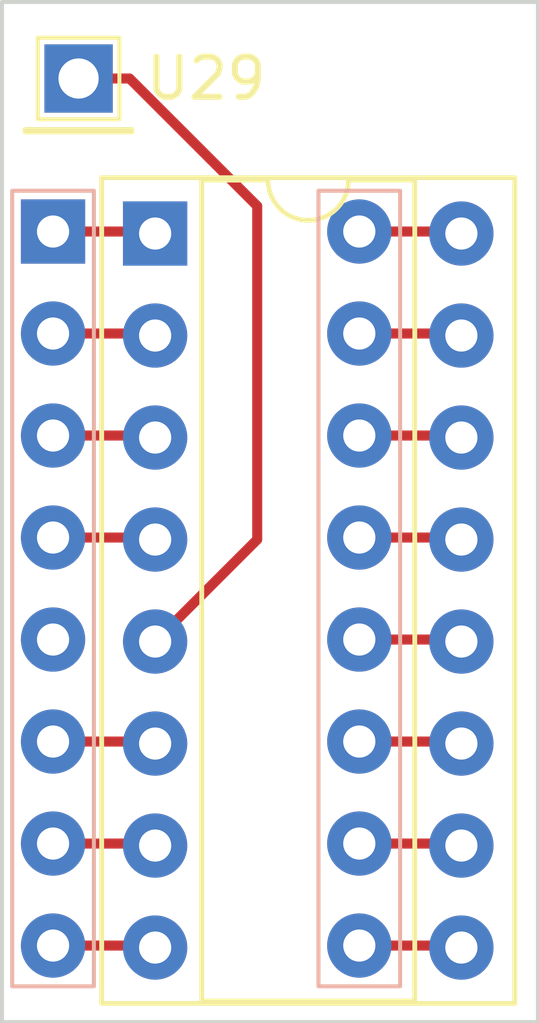
<source format=kicad_pcb>
(kicad_pcb (version 20221018) (generator pcbnew)
  (layers (0 "F.Cu" signal) (31 "B.Cu" signal) (34 "B.Paste" user) (35 "F.Paste" user) (36 "B.SilkS" user "B.Silkscreen") (37 "F.SilkS" user "F.Silkscreen") (38 "B.Mask" user) (39 "F.Mask" user) (44 "Edge.Cuts" user))
  (net 0 "")
  (net 1 "Net-(J1-Pin_1)")
  (net 2 "Net-(SOCKET_74LS1-A0)")
  (net 3 "Net-(SOCKET_74LS1-A1)")
  (net 4 "Net-(SOCKET_74LS1-A2)")
  (net 5 "Net-(SOCKET_74LS1-E1)")
  (net 6 "Net-(SOCKET_74LS1-E3)")
  (net 7 "Net-(SOCKET_74LS1-O7)")
  (net 8 "GND")
  (net 9 "Net-(SOCKET_74LS1-O6)")
  (net 10 "Net-(SOCKET_74LS1-O5)")
  (net 11 "Net-(SOCKET_74LS1-O4)")
  (net 12 "Net-(SOCKET_74LS1-O3)")
  (net 13 "Net-(SOCKET_74LS1-O2)")
  (net 14 "Net-(SOCKET_74LS1-O1)")
  (net 15 "Net-(SOCKET_74LS1-O0)")
  (net 16 "VCC")
  (footprint "Package_DIP:DIP-16_W7.62mm" (layer "F.Cu") (at 147.32 90.805)
    (fp_text reference "Ue" hide)
    (fp_text value "74LS138" hide)
    (fp_rect (start -1.016 -1.016) (end 1.016 18.796) (stroke (width 0.1)) (fill none) (layer "B.SilkS"))
    (fp_rect (start 6.604 -1.016) (end 8.636 18.796) (stroke (width 0.1)) (fill none) (layer "B.SilkS"))
    (pad "1" thru_hole rect (at 0 0) (size 1.6 1.6) (drill 0.8) (layers "*.Cu" "*.Mask") (net 2 "Net-(SOCKET_74LS1-A0)"))
    (pad "2" thru_hole oval (at 0 2.54) (size 1.6 1.6) (drill 0.8) (layers "*.Cu" "*.Mask") (net 3 "Net-(SOCKET_74LS1-A1)"))
    (pad "3" thru_hole oval (at 0 5.08) (size 1.6 1.6) (drill 0.8) (layers "*.Cu" "*.Mask") (net 4 "Net-(SOCKET_74LS1-A2)"))
    (pad "4" thru_hole oval (at 0 7.62) (size 1.6 1.6) (drill 0.8) (layers "*.Cu" "*.Mask") (net 5 "Net-(SOCKET_74LS1-E1)"))
    (pad "5" thru_hole oval (at 0 10.16) (size 1.6 1.6) (drill 0.8) (layers "*.Cu" "*.Mask"))
    (pad "6" thru_hole oval (at 0 12.7) (size 1.6 1.6) (drill 0.8) (layers "*.Cu" "*.Mask") (net 6 "Net-(SOCKET_74LS1-E3)"))
    (pad "7" thru_hole oval (at 0 15.24) (size 1.6 1.6) (drill 0.8) (layers "*.Cu" "*.Mask") (net 7 "Net-(SOCKET_74LS1-O7)"))
    (pad "8" thru_hole oval (at 0 17.78) (size 1.6 1.6) (drill 0.8) (layers "*.Cu" "*.Mask") (net 8 "GND"))
    (pad "9" thru_hole oval (at 7.62 17.78) (size 1.6 1.6) (drill 0.8) (layers "*.Cu" "*.Mask") (net 9 "Net-(SOCKET_74LS1-O6)"))
    (pad "10" thru_hole oval (at 7.62 15.24) (size 1.6 1.6) (drill 0.8) (layers "*.Cu" "*.Mask") (net 10 "Net-(SOCKET_74LS1-O5)"))
    (pad "11" thru_hole oval (at 7.62 12.7) (size 1.6 1.6) (drill 0.8) (layers "*.Cu" "*.Mask") (net 11 "Net-(SOCKET_74LS1-O4)"))
    (pad "12" thru_hole oval (at 7.62 10.16) (size 1.6 1.6) (drill 0.8) (layers "*.Cu" "*.Mask") (net 12 "Net-(SOCKET_74LS1-O3)"))
    (pad "13" thru_hole oval (at 7.62 7.62) (size 1.6 1.6) (drill 0.8) (layers "*.Cu" "*.Mask") (net 13 "Net-(SOCKET_74LS1-O2)"))
    (pad "14" thru_hole oval (at 7.62 5.08) (size 1.6 1.6) (drill 0.8) (layers "*.Cu" "*.Mask") (net 14 "Net-(SOCKET_74LS1-O1)"))
    (pad "15" thru_hole oval (at 7.62 2.54) (size 1.6 1.6) (drill 0.8) (layers "*.Cu" "*.Mask") (net 15 "Net-(SOCKET_74LS1-O0)"))
    (pad "16" thru_hole oval (at 7.62 0) (size 1.6 1.6) (drill 0.8) (layers "*.Cu" "*.Mask") (net 16 "VCC"))
  )
  (footprint "Package_DIP:DIP-16_W7.62mm_Socket" (layer "F.Cu") (at 149.86 90.855)
    (fp_text reference "SOCKET_74LS1" hide)
    (fp_text value "74LS138" hide)
    (fp_line (start -1.33 -1.39) (end -1.33 19.17) (stroke (width 0.12)) (layer "F.SilkS"))
    (fp_line (start -1.33 19.17) (end 8.95 19.17) (stroke (width 0.12)) (layer "F.SilkS"))
    (fp_line (start 1.16 -1.33) (end 1.16 19.11) (stroke (width 0.12)) (layer "F.SilkS"))
    (fp_line (start 1.16 19.11) (end 6.46 19.11) (stroke (width 0.12)) (layer "F.SilkS"))
    (fp_line (start 2.81 -1.33) (end 1.16 -1.33) (stroke (width 0.12)) (layer "F.SilkS"))
    (fp_line (start 6.46 -1.33) (end 4.81 -1.33) (stroke (width 0.12)) (layer "F.SilkS"))
    (fp_line (start 6.46 19.11) (end 6.46 -1.33) (stroke (width 0.12)) (layer "F.SilkS"))
    (fp_line (start 8.95 -1.39) (end -1.33 -1.39) (stroke (width 0.12)) (layer "F.SilkS"))
    (fp_line (start 8.95 19.17) (end 8.95 -1.39) (stroke (width 0.12)) (layer "F.SilkS"))
    (fp_arc (start 4.81 -1.33) (mid 3.81 -0.33) (end 2.81 -1.33) (stroke (width 0.12)) (layer "F.SilkS"))
    (pad "1" thru_hole rect (at 0 0) (size 1.6 1.6) (drill 0.8) (layers "*.Cu" "*.Mask") (net 2 "Net-(SOCKET_74LS1-A0)"))
    (pad "2" thru_hole oval (at 0 2.54) (size 1.6 1.6) (drill 0.8) (layers "*.Cu" "*.Mask") (net 3 "Net-(SOCKET_74LS1-A1)"))
    (pad "3" thru_hole oval (at 0 5.08) (size 1.6 1.6) (drill 0.8) (layers "*.Cu" "*.Mask") (net 4 "Net-(SOCKET_74LS1-A2)"))
    (pad "4" thru_hole oval (at 0 7.62) (size 1.6 1.6) (drill 0.8) (layers "*.Cu" "*.Mask") (net 5 "Net-(SOCKET_74LS1-E1)"))
    (pad "5" thru_hole oval (at 0 10.16) (size 1.6 1.6) (drill 0.8) (layers "*.Cu" "*.Mask") (net 1 "Net-(J1-Pin_1)"))
    (pad "6" thru_hole oval (at 0 12.7) (size 1.6 1.6) (drill 0.8) (layers "*.Cu" "*.Mask") (net 6 "Net-(SOCKET_74LS1-E3)"))
    (pad "7" thru_hole oval (at 0 15.24) (size 1.6 1.6) (drill 0.8) (layers "*.Cu" "*.Mask") (net 7 "Net-(SOCKET_74LS1-O7)"))
    (pad "8" thru_hole oval (at 0 17.78) (size 1.6 1.6) (drill 0.8) (layers "*.Cu" "*.Mask") (net 8 "GND"))
    (pad "9" thru_hole oval (at 7.62 17.78) (size 1.6 1.6) (drill 0.8) (layers "*.Cu" "*.Mask") (net 9 "Net-(SOCKET_74LS1-O6)"))
    (pad "10" thru_hole oval (at 7.62 15.24) (size 1.6 1.6) (drill 0.8) (layers "*.Cu" "*.Mask") (net 10 "Net-(SOCKET_74LS1-O5)"))
    (pad "11" thru_hole oval (at 7.62 12.7) (size 1.6 1.6) (drill 0.8) (layers "*.Cu" "*.Mask") (net 11 "Net-(SOCKET_74LS1-O4)"))
    (pad "12" thru_hole oval (at 7.62 10.16) (size 1.6 1.6) (drill 0.8) (layers "*.Cu" "*.Mask") (net 12 "Net-(SOCKET_74LS1-O3)"))
    (pad "13" thru_hole oval (at 7.62 7.62) (size 1.6 1.6) (drill 0.8) (layers "*.Cu" "*.Mask") (net 13 "Net-(SOCKET_74LS1-O2)"))
    (pad "14" thru_hole oval (at 7.62 5.08) (size 1.6 1.6) (drill 0.8) (layers "*.Cu" "*.Mask") (net 14 "Net-(SOCKET_74LS1-O1)"))
    (pad "15" thru_hole oval (at 7.62 2.54) (size 1.6 1.6) (drill 0.8) (layers "*.Cu" "*.Mask") (net 15 "Net-(SOCKET_74LS1-O0)"))
    (pad "16" thru_hole oval (at 7.62 0) (size 1.6 1.6) (drill 0.8) (layers "*.Cu" "*.Mask") (net 16 "VCC"))
  )
  (footprint "Connector_PinHeader_2.54mm:PinHeader_1x01_P2.54mm_Vertical" (layer "F.Cu") (at 147.955 86.995)
    (fp_text reference "U29" (at 3.175 0) (layer "F.SilkS"))
    (fp_text value "Conn_01x01_Pin" hide)
    (fp_line (start -1.33 1.27) (end 1.33 1.27) (stroke (width 0.12)) (layer "F.SilkS"))
    (fp_line (start -1.33 1.33) (end 1.33 1.33) (stroke (width 0.12)) (layer "F.SilkS"))
    (fp_rect (start -1.016 -1.016) (end 1.016 1.016) (stroke (width 0.1)) (fill none) (layer "F.SilkS"))
    (pad "1" thru_hole rect (at 0 0) (size 1.7 1.7) (drill 1) (layers "*.Cu" "*.Mask") (net 1 "Net-(J1-Pin_1)"))
  )
  (gr_line (start 146.05 110.49) (end 159.385 110.49) (stroke (width 0.1)) (layer "Edge.Cuts"))
  (gr_line (start 159.385 85.09) (end 146.05 85.09) (stroke (width 0.1)) (layer "Edge.Cuts"))
  (gr_line (start 159.385 110.49) (end 159.385 85.09) (stroke (width 0.1)) (layer "Edge.Cuts"))
  (gr_line (start 146.05 85.09) (end 146.05 110.49) (stroke (width 0.1)) (layer "Edge.Cuts"))
  (segment (start 149.86 101.015) (end 152.4 98.475) (width 0.25) (layer "F.Cu") (net 1))
  (segment (start 152.4 90.17) (end 152.4 98.475) (width 0.25) (layer "F.Cu") (net 1))
  (segment (start 149.225 86.995) (end 152.4 90.17) (width 0.25) (layer "F.Cu") (net 1))
  (segment (start 147.955 86.995) (end 149.225 86.995) (width 0.25) (layer "F.Cu") (net 1))
  (segment (start 149.81 90.805) (end 149.86 90.855) (width 0.25) (layer "F.Cu") (net 2))
  (segment (start 147.32 90.805) (end 149.81 90.805) (width 0.25) (layer "F.Cu") (net 2))
  (segment (start 149.81 93.345) (end 149.86 93.395) (width 0.25) (layer "F.Cu") (net 3))
  (segment (start 147.32 93.345) (end 149.81 93.345) (width 0.25) (layer "F.Cu") (net 3))
  (segment (start 147.32 95.885) (end 149.81 95.885) (width 0.25) (layer "F.Cu") (net 4))
  (segment (start 149.81 95.885) (end 149.86 95.935) (width 0.25) (layer "F.Cu") (net 4))
  (segment (start 147.32 98.425) (end 149.81 98.425) (width 0.25) (layer "F.Cu") (net 5))
  (segment (start 149.81 98.425) (end 149.86 98.475) (width 0.25) (layer "F.Cu") (net 5))
  (segment (start 149.81 103.505) (end 149.86 103.555) (width 0.25) (layer "F.Cu") (net 6))
  (segment (start 147.32 103.505) (end 149.81 103.505) (width 0.25) (layer "F.Cu") (net 6))
  (segment (start 147.32 106.045) (end 149.81 106.045) (width 0.25) (layer "F.Cu") (net 7))
  (segment (start 149.81 106.045) (end 149.86 106.095) (width 0.25) (layer "F.Cu") (net 7))
  (segment (start 149.81 108.585) (end 149.86 108.635) (width 0.25) (layer "F.Cu") (net 8))
  (segment (start 147.32 108.585) (end 149.81 108.585) (width 0.25) (layer "F.Cu") (net 8))
  (segment (start 154.94 108.585) (end 157.43 108.585) (width 0.25) (layer "F.Cu") (net 9))
  (segment (start 157.43 108.585) (end 157.48 108.635) (width 0.25) (layer "F.Cu") (net 9))
  (segment (start 157.43 106.045) (end 157.48 106.095) (width 0.25) (layer "F.Cu") (net 10))
  (segment (start 154.94 106.045) (end 157.43 106.045) (width 0.25) (layer "F.Cu") (net 10))
  (segment (start 154.94 103.505) (end 157.43 103.505) (width 0.25) (layer "F.Cu") (net 11))
  (segment (start 157.43 103.505) (end 157.48 103.555) (width 0.25) (layer "F.Cu") (net 11))
  (segment (start 157.43 100.965) (end 157.48 101.015) (width 0.25) (layer "F.Cu") (net 12))
  (segment (start 154.94 100.965) (end 157.43 100.965) (width 0.25) (layer "F.Cu") (net 12))
  (segment (start 154.94 98.425) (end 157.43 98.425) (width 0.25) (layer "F.Cu") (net 13))
  (segment (start 157.43 98.425) (end 157.48 98.475) (width 0.25) (layer "F.Cu") (net 13))
  (segment (start 157.43 95.885) (end 157.48 95.935) (width 0.25) (layer "F.Cu") (net 14))
  (segment (start 154.94 95.885) (end 157.43 95.885) (width 0.25) (layer "F.Cu") (net 14))
  (segment (start 154.94 93.345) (end 157.43 93.345) (width 0.25) (layer "F.Cu") (net 15))
  (segment (start 157.43 93.345) (end 157.48 93.395) (width 0.25) (layer "F.Cu") (net 15))
  (segment (start 154.94 90.805) (end 157.43 90.805) (width 0.25) (layer "F.Cu") (net 16))
  (segment (start 157.43 90.805) (end 157.48 90.855) (width 0.25) (layer "F.Cu") (net 16))
)
</source>
